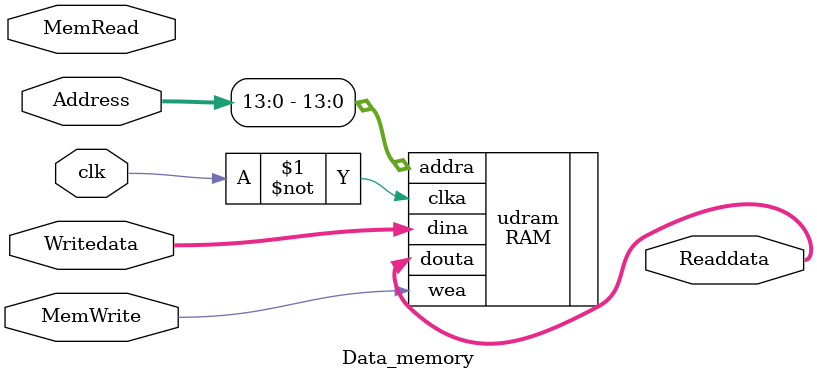
<source format=v>

module Data_memory(
   input wire clk,
   input wire MemRead, 
   input wire MemWrite, 
   input wire [31:0] Address, 
   input wire [31:0] Writedata,
   output wire [31:0] Readdata 
);

RAM udram(.clka(~clk),.wea(MemWrite),.addra(Address[13:0]),.dina(Writedata),.douta(Readdata));
//clkÊÇ·ñÈ¡·´
endmodule

</source>
